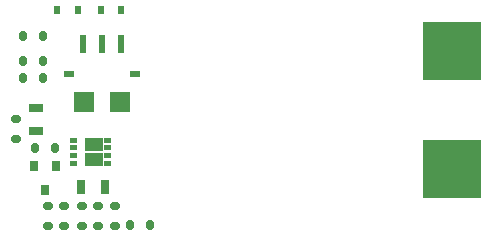
<source format=gbr>
%TF.GenerationSoftware,KiCad,Pcbnew,(6.0.10-0)*%
%TF.CreationDate,2023-02-01T10:43:54-08:00*%
%TF.ProjectId,mosfet_breakout_1.0,6d6f7366-6574-45f6-9272-65616b6f7574,rev?*%
%TF.SameCoordinates,Original*%
%TF.FileFunction,Paste,Top*%
%TF.FilePolarity,Positive*%
%FSLAX46Y46*%
G04 Gerber Fmt 4.6, Leading zero omitted, Abs format (unit mm)*
G04 Created by KiCad (PCBNEW (6.0.10-0)) date 2023-02-01 10:43:54*
%MOMM*%
%LPD*%
G01*
G04 APERTURE LIST*
G04 Aperture macros list*
%AMRoundRect*
0 Rectangle with rounded corners*
0 $1 Rounding radius*
0 $2 $3 $4 $5 $6 $7 $8 $9 X,Y pos of 4 corners*
0 Add a 4 corners polygon primitive as box body*
4,1,4,$2,$3,$4,$5,$6,$7,$8,$9,$2,$3,0*
0 Add four circle primitives for the rounded corners*
1,1,$1+$1,$2,$3*
1,1,$1+$1,$4,$5*
1,1,$1+$1,$6,$7*
1,1,$1+$1,$8,$9*
0 Add four rect primitives between the rounded corners*
20,1,$1+$1,$2,$3,$4,$5,0*
20,1,$1+$1,$4,$5,$6,$7,0*
20,1,$1+$1,$6,$7,$8,$9,0*
20,1,$1+$1,$8,$9,$2,$3,0*%
G04 Aperture macros list end*
%ADD10C,0.010000*%
%ADD11R,0.800000X0.900000*%
%ADD12RoundRect,0.150000X-0.250000X0.150000X-0.250000X-0.150000X0.250000X-0.150000X0.250000X0.150000X0*%
%ADD13R,1.200000X0.700000*%
%ADD14RoundRect,0.150000X0.250000X-0.150000X0.250000X0.150000X-0.250000X0.150000X-0.250000X-0.150000X0*%
%ADD15R,5.000000X5.000000*%
%ADD16R,0.600000X0.800000*%
%ADD17RoundRect,0.150000X0.150000X0.250000X-0.150000X0.250000X-0.150000X-0.250000X0.150000X-0.250000X0*%
%ADD18RoundRect,0.150000X-0.150000X-0.250000X0.150000X-0.250000X0.150000X0.250000X-0.150000X0.250000X0*%
%ADD19R,0.700000X1.200000*%
%ADD20R,0.500000X1.600000*%
%ADD21R,0.900000X0.600000*%
%ADD22R,1.800000X1.700000*%
G04 APERTURE END LIST*
%TO.C,Q2*%
G36*
X140098500Y-61582000D02*
G01*
X139648500Y-61582000D01*
X139648500Y-61242000D01*
X140098500Y-61242000D01*
X140098500Y-61582000D01*
G37*
D10*
X140098500Y-61582000D02*
X139648500Y-61582000D01*
X139648500Y-61242000D01*
X140098500Y-61242000D01*
X140098500Y-61582000D01*
G36*
X140098500Y-60282000D02*
G01*
X139648500Y-60282000D01*
X139648500Y-59942000D01*
X140098500Y-59942000D01*
X140098500Y-60282000D01*
G37*
X140098500Y-60282000D02*
X139648500Y-60282000D01*
X139648500Y-59942000D01*
X140098500Y-59942000D01*
X140098500Y-60282000D01*
G36*
X139423500Y-62232000D02*
G01*
X137978500Y-62232000D01*
X137978500Y-61212000D01*
X139423500Y-61212000D01*
X139423500Y-62232000D01*
G37*
X139423500Y-62232000D02*
X137978500Y-62232000D01*
X137978500Y-61212000D01*
X139423500Y-61212000D01*
X139423500Y-62232000D01*
G36*
X140098500Y-62232000D02*
G01*
X139648500Y-62232000D01*
X139648500Y-61892000D01*
X140098500Y-61892000D01*
X140098500Y-62232000D01*
G37*
X140098500Y-62232000D02*
X139648500Y-62232000D01*
X139648500Y-61892000D01*
X140098500Y-61892000D01*
X140098500Y-62232000D01*
G36*
X139423500Y-60962000D02*
G01*
X137978500Y-60962000D01*
X137978500Y-59942000D01*
X139423500Y-59942000D01*
X139423500Y-60962000D01*
G37*
X139423500Y-60962000D02*
X137978500Y-60962000D01*
X137978500Y-59942000D01*
X139423500Y-59942000D01*
X139423500Y-60962000D01*
G36*
X137228500Y-62232000D02*
G01*
X136778500Y-62232000D01*
X136778500Y-61892000D01*
X137228500Y-61892000D01*
X137228500Y-62232000D01*
G37*
X137228500Y-62232000D02*
X136778500Y-62232000D01*
X136778500Y-61892000D01*
X137228500Y-61892000D01*
X137228500Y-62232000D01*
G36*
X140098500Y-60932000D02*
G01*
X139648500Y-60932000D01*
X139648500Y-60592000D01*
X140098500Y-60592000D01*
X140098500Y-60932000D01*
G37*
X140098500Y-60932000D02*
X139648500Y-60932000D01*
X139648500Y-60592000D01*
X140098500Y-60592000D01*
X140098500Y-60932000D01*
G36*
X137228500Y-60932000D02*
G01*
X136778500Y-60932000D01*
X136778500Y-60592000D01*
X137228500Y-60592000D01*
X137228500Y-60932000D01*
G37*
X137228500Y-60932000D02*
X136778500Y-60932000D01*
X136778500Y-60592000D01*
X137228500Y-60592000D01*
X137228500Y-60932000D01*
G36*
X137228500Y-60282000D02*
G01*
X136778500Y-60282000D01*
X136778500Y-59942000D01*
X137228500Y-59942000D01*
X137228500Y-60282000D01*
G37*
X137228500Y-60282000D02*
X136778500Y-60282000D01*
X136778500Y-59942000D01*
X137228500Y-59942000D01*
X137228500Y-60282000D01*
G36*
X137228500Y-61582000D02*
G01*
X136778500Y-61582000D01*
X136778500Y-61242000D01*
X137228500Y-61242000D01*
X137228500Y-61582000D01*
G37*
X137228500Y-61582000D02*
X136778500Y-61582000D01*
X136778500Y-61242000D01*
X137228500Y-61242000D01*
X137228500Y-61582000D01*
%TD*%
D11*
%TO.C,Q1*%
X135570000Y-62373000D03*
X133670000Y-62373000D03*
X134620000Y-64373000D03*
%TD*%
D12*
%TO.C,R6*%
X139141200Y-65698000D03*
X139141200Y-67398000D03*
%TD*%
D13*
%TO.C,R5*%
X133858000Y-57420000D03*
X133858000Y-59420000D03*
%TD*%
D14*
%TO.C,R7*%
X137718800Y-67398000D03*
X137718800Y-65698000D03*
%TD*%
%TO.C,R10*%
X136271000Y-67398000D03*
X136271000Y-65698000D03*
%TD*%
%TO.C,R3*%
X132207000Y-60032000D03*
X132207000Y-58332000D03*
%TD*%
D15*
%TO.C,TP1*%
X169093200Y-62626400D03*
%TD*%
D16*
%TO.C,C2*%
X135675000Y-49149000D03*
X137375000Y-49149000D03*
%TD*%
D17*
%TO.C,D1*%
X143547200Y-67310000D03*
X141847200Y-67310000D03*
%TD*%
D18*
%TO.C,R4*%
X132754000Y-51308000D03*
X134454000Y-51308000D03*
%TD*%
D17*
%TO.C,D2*%
X134454000Y-53467000D03*
X132754000Y-53467000D03*
%TD*%
D12*
%TO.C,R11*%
X134874000Y-65698000D03*
X134874000Y-67398000D03*
%TD*%
%TO.C,R1*%
X140563600Y-65698000D03*
X140563600Y-67398000D03*
%TD*%
D17*
%TO.C,R8*%
X135470000Y-60833000D03*
X133770000Y-60833000D03*
%TD*%
D19*
%TO.C,R9*%
X137684000Y-64135000D03*
X139684000Y-64135000D03*
%TD*%
D20*
%TO.C,U2*%
X141046000Y-52033000D03*
X139446000Y-52033000D03*
X137846000Y-52033000D03*
D21*
X136646000Y-54533000D03*
D22*
X137946000Y-56883000D03*
X140946000Y-56883000D03*
D21*
X142246000Y-54533000D03*
%TD*%
D15*
%TO.C,TP4*%
X169042400Y-52568000D03*
%TD*%
D17*
%TO.C,R2*%
X134454000Y-54864000D03*
X132754000Y-54864000D03*
%TD*%
D16*
%TO.C,C1*%
X139358000Y-49149000D03*
X141058000Y-49149000D03*
%TD*%
M02*

</source>
